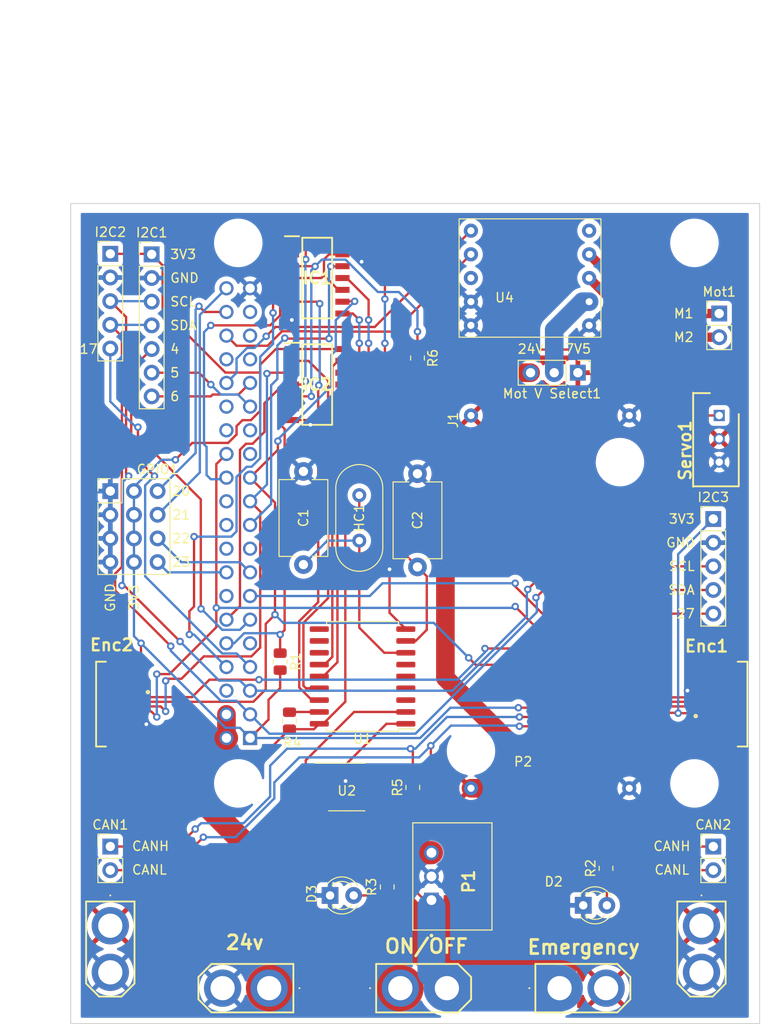
<source format=kicad_pcb>
(kicad_pcb (version 20211014) (generator pcbnew)
  (layers (0 "F.Cu" signal) (31 "B.Cu" signal) (34 "B.Paste" user) (35 "F.Paste" user) (36 "B.SilkS" user "B.Silkscreen") (37 "F.SilkS" user "F.Silkscreen") (38 "B.Mask" user) (39 "F.Mask" user) (44 "Edge.Cuts" user))
  (net 0 "")
  (net 1 "Net-(C1-Pad2)")
  (net 2 "+5V")
  (net 6 "/SPI1_CS0")
  (net 7 "/SPI1_CS1")
  (net 8 "/UART_TX")
  (net 9 "/GPIO 17")
  (net 19 "/GPIO 20")
  (net 20 "/GPIO 21")
  (net 22 "Net-(C2-Pad2)")
  (net 24 "GND")
  (net 25 "/SPI1 MOSI")
  (net 26 "+24V")
  (net 31 "Net-(D2-Pad2)")
  (net 32 "Net-(D3-Pad2)")
  (net 33 "/SPI1 CLK")
  (net 34 "/SPI1 MISO")
  (net 35 "+3.3V")
  (net 37 "/GPIO 27")
  (net 38 "/UART_HalfDuplex")
  (net 42 "Net-(U1-Pad1)")
  (net 43 "Net-(U1-Pad2)")
  (net 45 "/GPIO 22")
  (net 46 "/GPIO 23")
  (net 47 "/GPIO 4")
  (net 48 "/Servo DIR")
  (net 49 "/GPIO 5")
  (net 50 "/GPIO 6")
  (net 51 "/GPIO 12")
  (net 52 "/GPIO 16")
  (net 53 "Net-(J2-Pad2)")
  (net 54 "/I2C SDA")
  (net 55 "/I2C SCL")
  (net 58 "/SPI1 CLK_5")
  (net 59 "/SPI1 MOSI_5")
  (net 60 "/SPI1_CS0_5")
  (net 61 "/SPI1 MISO_5")
  (net 63 "/UART_RX")
  (net 68 "+7.5V")
  (net 69 "Net-(Enc1-Pad4)")
  (net 70 "Net-(Mot V Select1-Pad2)")
  (net 71 "Net-(J2-Pad1)")
  (net 72 "Net-(Mot1-Pad1)")
  (net 73 "Net-(Mot1-Pad2)")
  (net 74 "Net-(R4-Pad1)")
  (net 75 "Net-(CAN1-Pad2)")
  (net 76 "Net-(CAN1-Pad1)")
  (footprint "Crystal:Crystal_HC49-4H_Vertical" (layer "F.Cu") (at 98.5 86.8 -90)
    (fp_text reference "HC1")
    (fp_text value "Crystal")
  )
  (footprint "MiAM:XT30UM" (layer "F.Cu") (at 120.015 139.7)
    (fp_text reference "J4" hide)
    (fp_text value "Conn_01x02_Male" hide)
  )
  (footprint "MiAM:MODULE_RASPBERRY_PI_B+" (layer "F.Cu") (at 110 78.73 90)
    (fp_text reference "J1")
    (fp_text value "PI40HAT")
  )
  (footprint "MiAM:SHDR3W60P0X250_1X3_990X490X590P" (layer "F.Cu") (at 137.16 78.25 90)
    (fp_text reference "Servo1")
    (fp_text value "22-03-5035" hide)
  )
  (footprint "MiAM:XT30UM" (layer "F.Cu") (at 88.82 139.7 180)
    (fp_text reference "J3" hide)
    (fp_text value "Conn_01x02_Male" hide)
  )
  (footprint "MiAM:SOIC127P600X175-14N" (layer "F.Cu") (at 93.98 63.5)
    (fp_text reference "IC1")
    (fp_text value "CD74HCT125M96" hide)
  )
  (footprint "Connector_PinHeader_2.54mm:PinHeader_1x02_P2.54mm_Vertical" (layer "F.Cu") (at 136.525 124.5)
    (fp_text reference "CAN2")
    (fp_text value "Conn_01x02_Male")
  )
  (footprint "MiAM:Pin_Header_Straight_3x04_Pitch2.54mm" (layer "F.Cu") (at 71.755 86.36)
    (fp_text reference "GPIO1")
    (fp_text value "Conn_03x04")
  )
  (footprint "MiAM:PololuMAX14870" (layer "F.Cu") (at 109.22 69.85)
    (fp_text reference "U4")
    (fp_text value "Pololu_MAX14870")
  )
  (footprint "Resistor_SMD:R_0805_2012Metric" (layer "F.Cu") (at 90 104.6625 -90)
    (fp_text reference "R1")
    (fp_text value "10k")
  )
  (footprint "Package_SO:SOIC-8_3.9x4.9mm_P1.27mm" (layer "F.Cu") (at 97.155 118.11)
    (fp_text reference "U2")
    (fp_text value "TJA1049T")
  )
  (footprint "Resistor_SMD:R_0805_2012Metric" (layer "F.Cu") (at 101.5 128.8375 90)
    (fp_text reference "R3")
    (fp_text value "R")
  )
  (footprint "Connector_PinHeader_2.54mm:PinHeader_1x03_P2.54mm_Vertical" (layer "F.Cu") (at 121.98 73.66 -90)
    (fp_text reference "Mot V Select1")
    (fp_text value "Conn_01x03_Male")
  )
  (footprint "LED_THT:LED_D3.0mm" (layer "F.Cu") (at 122.555 130.81)
    (fp_text reference "D2")
    (fp_text value "LED")
  )
  (footprint "Resistor_SMD:R_0805_2012Metric" (layer "F.Cu") (at 104.25 118.1625 90)
    (fp_text reference "R5")
    (fp_text value "120")
  )
  (footprint "Connector_PinHeader_2.54mm:PinHeader_1x02_P2.54mm_Vertical" (layer "F.Cu") (at 71.755 124.5)
    (fp_text reference "CAN1")
    (fp_text value "Conn_01x02_Male")
  )
  (footprint "MiAM:XT30UM" (layer "F.Cu") (at 135.255 133 -90)
    (fp_text reference "J6" hide)
    (fp_text value "Conn_01x02_Male" hide)
  )
  (footprint "Connector_PinHeader_2.54mm:PinHeader_1x05_P2.54mm_Vertical" (layer "F.Cu") (at 71.755 60.905)
    (fp_text reference "I2C2")
    (fp_text value "Conn_01x05_Male")
  )
  (footprint "Capacitor_THT:C_Disc_D8.0mm_W5.0mm_P10.00mm" (layer "F.Cu") (at 104.75 84.5 -90)
    (fp_text reference "C2")
    (fp_text value "C")
  )
  (footprint "MiAM:XT30UM" (layer "F.Cu") (at 102.91 139.7)
    (fp_text reference "J2" hide)
    (fp_text value "Conn_01x02_Male" hide)
  )
  (footprint "Resistor_SMD:R_0805_2012Metric" (layer "F.Cu") (at 91 111 -90)
    (fp_text reference "R4")
    (fp_text value "10k")
  )
  (footprint "MiAM:XT30UM" (layer "F.Cu") (at 71.755 133 -90)
    (fp_text reference "J5" hide)
    (fp_text value "Conn_01x02_Male" hide)
  )
  (footprint "MiAM:CONV_R-78Bxx-2.0" (layer "F.Cu") (at 106.25 130.25 90)
    (fp_text reference "P1")
    (fp_text value "P1")
  )
  (footprint "Connector_PinHeader_2.54mm:PinHeader_1x05_P2.54mm_Vertical" (layer "F.Cu") (at 136.525 89.355)
    (fp_text reference "I2C3")
    (fp_text value "Conn_01x05_Male")
  )
  (footprint "Connector_PinHeader_2.54mm:PinHeader_1x02_P2.54mm_Vertical" (layer "F.Cu") (at 137.16 67.31)
    (fp_text reference "Mot1")
    (fp_text value "Conn_01x02_Male")
  )
  (footprint "MiAM:52746-0671" (layer "F.Cu") (at 74.5305 109.22 -90)
    (fp_text reference "Enc2")
    (fp_text value "MagneticEncoder" hide)
  )
  (footprint "Connector_PinHeader_2.54mm:PinHeader_1x07_P2.54mm_Vertical" (layer "F.Cu") (at 76.2 60.96)
    (fp_text reference "I2C1")
    (fp_text value "Conn_01x07_Male")
  )
  (footprint "MiAM:SOIC127P600X175-14N" (layer "F.Cu") (at 93.98 74.93)
    (fp_text reference "IC2")
    (fp_text value "SN74LVC126ADR" hide)
  )
  (footprint "MiAM:52746-0671" (layer "F.Cu") (at 135.89 109.22 90)
    (fp_text reference "Enc1")
    (fp_text value "MagneticEncoder" hide)
  )
  (footprint "Package_SO:SOIC-18W_7.5x11.6mm_P1.27mm" (layer "F.Cu") (at 98.85 106.25 180)
    (fp_text reference "U1")
    (fp_text value "MCP2515-xSO")
  )
  (footprint "Resistor_SMD:R_0805_2012Metric" (layer "F.Cu") (at 104.75 72.0875 -90)
    (fp_text reference "R6")
    (fp_text value "10k")
  )
  (footprint "MiAM:StepDown5A" (layer "F.Cu") (at 110.5 118.25)
    (fp_text reference "P2")
    (fp_text value "Amazon 5A stepdown")
  )
  (footprint "LED_THT:LED_D3.0mm" (layer "F.Cu") (at 95.36 129.75)
    (fp_text reference "D3")
    (fp_text value "LED")
  )
  (footprint "Resistor_SMD:R_0805_2012Metric" (layer "F.Cu") (at 125 126.8375 90)
    (fp_text reference "R2")
    (fp_text value "R")
  )
  (footprint "Capacitor_THT:C_Disc_D8.0mm_W5.0mm_P10.00mm" (layer "F.Cu") (at 92.5 84.25 -90)
    (fp_text reference "C1")
    (fp_text value "C")
  )
  (gr_rect (start 67.5 143.5) (end 141.5 55.5) (layer "Edge.Cuts") (width 0.1) (fill none))
  (gr_text "6" (at 78.105 76.2) (layer "F.SilkS") (effects (font (size 1 1)) (justify left)))
  (gr_text "4" (at 78.105 71.12) (layer "F.SilkS") (effects (font (size 1 1)) (justify left)))
  (gr_text "3V3" (at 74.295 97.79 90) (layer "F.SilkS") (effects (font (size 1 1))))
  (gr_text "GND" (at 134.62 91.89) (layer "F.SilkS") (effects (font (size 1 1)) (justify right)))
  (gr_text "CANL" (at 74 127) (layer "F.SilkS") (effects (font (size 1 1)) (justify left)))
  (gr_text "3V3" (at 78.105 60.96) (layer "F.SilkS") (effects (font (size 1 1)) (justify left)))
  (gr_text "ON/OFF" (at 105.7 135.2) (layer "F.SilkS") (effects (font (size 1.5 1.5) (thickness 0.3))))
  (gr_text "M2" (at 133.35 69.85) (layer "F.SilkS") (effects (font (size 1 1))))
  (gr_text "3V3" (at 134.62 89.35) (layer "F.SilkS") (effects (font (size 1 1)) (justify right)))
  (gr_text "SCL" (at 78.105 66.04) (layer "F.SilkS") (effects (font (size 1 1)) (justify left)))
  (gr_text "23" (at 79.375 93.98) (layer "F.SilkS") (effects (font (size 1 1))))
  (gr_text "CANL" (at 132.08 127.005) (layer "F.SilkS") (effects (font (size 1 1))))
  (gr_text "24v" (at 86.2 134.8) (layer "F.SilkS") (effects (font (size 1.5 1.5) (thickness 0.3))))
  (gr_text "SDA" (at 78.105 68.58) (layer "F.SilkS") (effects (font (size 1 1)) (justify left)))
  (gr_text "27" (at 134.62 99.51) (layer "F.SilkS") (effects (font (size 1 1)) (justify right)))
  (gr_text "24V" (at 116.9 71.12) (layer "F.SilkS") (effects (font (size 1 1))))
  (gr_text "20" (at 79.375 86.36) (layer "F.SilkS") (effects (font (size 1 1))))
  (gr_text "21" (at 79.375 88.9) (layer "F.SilkS") (effects (font (size 1 1))))
  (gr_text "Emergency" (at 122.6 135.3) (layer "F.SilkS") (effects (font (size 1.5 1.5) (thickness 0.3))))
  (gr_text "5" (at 78.105 73.66) (layer "F.SilkS") (effects (font (size 1 1)) (justify left)))
  (gr_text "22" (at 79.375 91.44) (layer "F.SilkS") (effects (font (size 1 1))))
  (gr_text "GND" (at 71.755 97.79 90) (layer "F.SilkS") (effects (font (size 1 1))))
  (gr_text "M1" (at 133.35 67.31) (layer "F.SilkS") (effects (font (size 1 1))))
  (gr_text "17\n" (at 70.485 71.12) (layer "F.SilkS") (effects (font (size 1 1)) (justify right)))
  (gr_text "CANH" (at 74 124.46) (layer "F.SilkS") (effects (font (size 1 1)) (justify left)))
  (gr_text "7V5" (at 122 71.1) (layer "F.SilkS") (effects (font (size 1 1))))
  (gr_text "GND" (at 78.105 63.5) (layer "F.SilkS") (effects (font (size 1 1)) (justify left)))
  (gr_text "SDA" (at 134.62 96.97) (layer "F.SilkS") (effects (font (size 1 1)) (justify right)))
  (gr_text "CANH" (at 132.08 124.465) (layer "F.SilkS") (effects (font (size 1 1))))
  (gr_text "SCL" (at 134.62 94.43) (layer "F.SilkS") (effects (font (size 1 1)) (justify right)))
  (segment (start 98.5 91.68) (end 98.5 101.025305) (width 0.25) (layer "F.Cu") (net 1))
  (segment (start 98.5 101.025305) (end 101.184695 103.71) (width 0.25) (layer "F.Cu") (net 1))
  (segment (start 101.184695 103.71) (end 103.5 103.71) (width 0.25) (layer "F.Cu") (net 1))
  (segment (start 98.5 91.68) (end 95.07 91.68) (width 0.25) (layer "B.Cu") (net 1))
  (segment (start 95.07 91.68) (end 92.5 94.25) (width 0.25) (layer "B.Cu") (net 1))
  (segment (start 88.6625 114.25) (end 85.62 114.25) (width 0.25) (layer "F.Cu") (net 2))
  (segment (start 94.2 111.33) (end 93.6175 111.9125) (width 0.25) (layer "F.Cu") (net 2))
  (segment (start 87.202435 125.16) (end 96.04 125.16) (width 2.5) (layer "F.Cu") (net 2))
  (segment (start 84.23 112.86) (end 84.23 110.32) (width 2) (layer "F.Cu") (net 2))
  (segment (start 95.845 118.745) (end 96.2 119.1) (width 0.25) (layer "F.Cu") (net 2))
  (segment (start 104.75 73) (end 101.25 73) (width 0.25) (layer "F.Cu") (net 2))
  (segment (start 94.626751 111.33) (end 97 108.956751) (width 0.25) (layer "F.Cu") (net 2))
  (segment (start 101.25 73) (end 101.25 70.5) (width 0.25) (layer "F.Cu") (net 2))
  (segment (start 81.45 119.407565) (end 87.202435 125.16) (width 2.5) (layer "F.Cu") (net 2))
  (segment (start 96.692 59.69) (end 97.715305 59.69) (width 0.25) (layer "F.Cu") (net 2))
  (segment (start 91 111.9125) (end 88.6625 114.25) (width 0.25) (layer "F.Cu") (net 2))
  (segment (start 96.04 125.16) (end 106.25 125.16) (width 2.5) (layer "F.Cu") (net 2))
  (segment (start 96.2 119.1) (end 96.2 125) (width 0.25) (layer "F.Cu") (net 2))
  (segment (start 101.25 78) (end 101.25 73) (width 0.25) (layer "F.Cu") (net 2))
  (segment (start 97 108.956751) (end 97 82.25) (width 0.25) (layer "F.Cu") (net 2))
  (segment (start 96.2 125) (end 96.04 125.16) (width 0.25) (layer "F.Cu") (net 2))
  (segment (start 97 82.25) (end 101.25 78) (width 0.25) (layer "F.Cu") (net 2))
  (segment (start 85.62 114.25) (end 84.23 112.86) (width 0.25) (layer "F.Cu") (net 2))
  (segment (start 101.25 63.224695) (end 101.25 65.75) (width 0.25) (layer "F.Cu") (net 2))
  (segment (start 94.68 118.745) (end 95.845 118.745) (width 0.25) (layer "F.Cu") (net 2))
  (segment (start 93.6175 111.9125) (end 91 111.9125) (width 0.25) (layer "F.Cu") (net 2))
  (segment (start 84.23 112.86) (end 81.45 115.64) (width 2.5) (layer "F.Cu") (net 2))
  (segment (start 81.45 115.64) (end 81.45 119.407565) (width 2.5) (layer "F.Cu") (net 2))
  (segment (start 97.715305 59.69) (end 101.25 63.224695) (width 0.25) (layer "F.Cu") (net 2))
  (via (at 101.25 70.5) (size 0.8) (drill 0.4) (layers "F.Cu" "B.Cu") (net 2))
  (via (at 101.25 65.75) (size 0.8) (drill 0.4) (layers "F.Cu" "B.Cu") (net 2))
  (segment (start 101.25 70.5) (end 101.25 65.75) (width 0.25) (layer "B.Cu") (net 2))
  (segment (start 88.92 68.58) (end 90 67.5) (width 0.25) (layer "F.Cu") (net 6))
  (segment (start 90 65) (end 90.23 64.77) (width 0.25) (layer "F.Cu") (net 6))
  (segment (start 90.23 64.77) (end 91.268 64.77) (width 0.25) (layer "F.Cu") (net 6))
  (segment (start 90 67.5) (end 90 65) (width 0.25) (layer "F.Cu") (net 6))
  (segment (start 82.55 68.58) (end 88.92 68.58) (width 0.25) (layer "F.Cu") (net 6))
  (via (at 82.55 68.58) (size 0.8) (drill 0.4) (layers "F.Cu" "B.Cu") (net 6))
  (segment (start 82.55 68.58) (end 81.8195 69.3105) (width 0.25) (layer "B.Cu") (net 6))
  (segment (start 81.8195 81.339695) (end 82.0945 81.614695) (width 0.25) (layer "B.Cu") (net 6))
  (segment (start 81.8195 69.3105) (end 81.8195 81.339695) (width 0.25) (layer "B.Cu") (net 6))
  (segment (start 82.55 85.09) (end 84.06 85.09) (width 0.25) (layer "B.Cu") (net 6))
  (segment (start 82.0945 81.614695) (end 82.0945 84.6345) (width 0.25) (layer "B.Cu") (net 6))
  (segment (start 82.0945 84.6345) (end 82.55 85.09) (width 0.25) (layer "B.Cu") (net 6))
  (segment (start 76.145 109.995) (end 75.5 109.995) (width 0.25) (layer "F.Cu") (net 7))
  (segment (start 83.143 98.893) (end 83.143 83.467) (width 0.25) (layer "F.Cu") (net 7))
  (segment (start 78.113604 106) (end 76.75 106) (width 0.25) (layer "F.Cu") (net 7))
  (segment (start 83.143 83.467) (end 84.23 82.38) (width 0.25) (layer "F.Cu") (net 7))
  (segment (start 83.143 100.970604) (end 78.113604 106) (width 0.25) (layer "F.Cu") (net 7))
  (segment (start 124.995 108.495) (end 135.345 108.495) (width 0.25) (layer "F.Cu") (net 7))
  (segment (start 83.143 98.893) (end 83.143 100.970604) (width 0.25) (layer "F.Cu") (net 7))
  (segment (start 115.25 98.75) (end 124.995 108.495) (width 0.25) (layer "F.Cu") (net 7))
  (segment (start 76.75 110.6) (end 76.145 109.995) (width 0.25) (layer "F.Cu") (net 7))
  (via (at 76.75 106) (size 0.8) (drill 0.4) (layers "F.Cu" "B.Cu") (net 7))
  (via (at 115.25 98.75) (size 0.8) (drill 0.4) (layers "F.Cu" "B.Cu") (net 7))
  (via (at 83.143 98.893) (size 0.8) (drill 0.4) (layers "F.Cu" "B.Cu") (net 7))
  (via (at 76.75 110.6) (size 0.8) (drill 0.4) (layers "F.Cu" "B.Cu") (net 7))
  (segment (start 115.107 98.893) (end 115.25 98.75) (width 0.25) (layer "B.Cu") (net 7))
  (segment (start 76.75 106) (end 76.75 110.6) (width 0.25) (layer "B.Cu") (net 7))
  (segment (start 83.143 98.893) (end 115.107 98.893) (width 0.25) (layer "B.Cu") (net 7))
  (segment (start 89.237701 67.237701) (end 89.237701 62.522799) (width 0.25) (layer "F.Cu") (net 8))
  (segment (start 80.25 101.75) (end 80.25 99.25) (width 0.25) (layer "F.Cu") (net 8))
  (segment (start 80.75 91.25) (end 80.75 98.75) (width 0.25) (layer "F.Cu") (net 8))
  (segment (start 80.25 99.25) (end 80.75 98.75) (width 0.25) (layer "F.Cu") (net 8))
  (segment (start 89.237701 62.522799) (end 90.8005 60.96) (width 0.25) (layer "F.Cu") (net 8))
  (via (at 89.237701 67.237701) (size 0.8) (drill 0.4) (layers "F.Cu" "B.Cu") (net 8))
  (via (at 80.75 91.25) (size 0.8) (drill 0.4) (layers "F.Cu" "B.Cu") (net 8))
  (via (at 80.25 101.75) (size 0.8) (drill 0.4) (layers "F.Cu" "B.Cu") (net 8))
  (segment (start 85.317 90.683) (end 84.75 91.25) (width 0.25) (layer "B.Cu") (net 8))
  (segment (start 86.937251 83.75) (end 86.402749 83.75) (width 0.25) (layer "B.Cu") (net 8))
  (segment (start 85.317 84.835749) (end 85.317 90.683) (width 0.25) (layer "B.Cu") (net 8))
  (segment (start 87.857 71.946104) (end 89.237701 70.565403) (width 0.25) (layer "B.Cu") (net 8))
  (segment (start 80.74 101.75) (end 80.25 101.75) (width 0.25) (layer "B.Cu") (net 8))
  (segment (start 87.857 82.830251) (end 86.937251 83.75) (width 0.25) (layer "B.Cu") (net 8))
  (segment (start 87.857 71.946104) (end 87.857 82.830251) (width 0.25) (layer "B.Cu") (net 8))
  (segment (start 84.23 105.24) (end 80.74 101.75) (width 0.25) (layer "B.Cu") (net 8))
  (segment (start 84.75 91.25) (end 80.75 91.25) (width 0.25) (layer "B.Cu") (net 8))
  (segment (start 86.402749 83.75) (end 85.317 84.835749) (width 0.25) (layer "B.Cu") (net 8))
  (segment (start 89.237701 70.565403) (end 89.237701 67.237701) (width 0.25) (layer "B.Cu") (net 8))
  (segment (start 81.5 99) (end 81.474695 98.974695) (width 0.25) (layer "F.Cu") (net 9))
  (segment (start 81.474695 98.974695) (end 81.474695 87.25) (width 0.25) (layer "F.Cu") (net 9))
  (segment (start 81.474695 87.25) (end 74.7245 80.499805) (width 0.25) (layer "F.Cu") (net 9))
  (segment (start 74.7245 80.499805) (end 74.7245 79.5) (width 0.25) (layer "F.Cu") (net 9))
  (via (at 81.5 99) (size 0.8) (drill 0.4) (layers "F.Cu" "B.Cu") (net 9))
  (via (at 74.7245 79.5) (size 0.8) (drill 0.4) (layers "F.Cu" "B.Cu") (net 9))
  (segment (start 81.5 99) (end 81.532749 99) (width 0.25) (layer "B.Cu") (net 9))
  (segment (start 74.7245 79.5) (end 74.51 79.5) (width 0.25) (layer "B.Cu") (net 9))
  (segment (start 85.683 101.247) (end 86.77 100.16) (width 0.25) (layer "B.Cu") (net 9))
  (segment (start 81.532749 99) (end 83.779749 101.247) (width 0.25) (layer "B.Cu") (net 9))
  (segment (start 83.779749 101.247) (end 85.683 101.247) (width 0.25) (layer "B.Cu") (net 9))
  (segment (start 74.51 79.5) (end 71.755 76.745) (width 0.25) (layer "B.Cu") (net 9))
  (segment (start 71.755 76.745) (end 71.755 71.065) (width 0.25) (layer "B.Cu") (net 9))
  (segment (start 81.2777 66.5277) (end 81.89 67.14) (width 0.25) (layer "F.Cu") (net 19))
  (segment (start 81.89 67.14) (end 84.23 67.14) (width 0.25) (layer "F.Cu") (net 19))
  (via (at 81.2777 66.5277) (size 0.8) (drill 0.4) (layers "F.Cu" "B.Cu") (net 19))
  (segment (start 80.9195 82.2755) (end 80.9195 66.8859) (width 0.25) (layer "B.Cu") (net 19))
  (segment (start 80.9195 66.8859) (end 81.2777 66.5277) (width 0.25) (layer "B.Cu") (net 19))
  (segment (start 76.835 86.36) (end 80.9195 82.2755) (width 0.25) (layer "B.Cu") (net 19))
  (segment (start 84.23 64.6) (end 81.3695 67.4605) (width 0.25) (layer "B.Cu") (net 20))
  (segment (start 81.3695 67.4605) (end 81.3695 84.3655) (width 0.25) (layer "B.Cu") (net 20))
  (segment (start 81.3695 84.3655) (end 76.835 88.9) (width 0.25) (layer "B.Cu") (net 20))
  (segment (start 104.56 102.44) (end 103.5 102.44) (width 0.25) (layer "F.Cu") (net 22))
  (segment (start 105.75 101.25) (end 104.56 102.44) (width 0.25) (layer "F.Cu") (net 22))
  (segment (start 104.75 94.5) (end 105.75 95.5) (width 0.25) (layer "F.Cu") (net 22))
  (segment (start 105.75 95.5) (end 105.75 101.25) (width 0.25) (layer "F.Cu") (net 22))
  (segment (start 98.5 86.8) (end 98.5 88.25) (width 0.25) (layer "F.Cu") (net 22))
  (segment (start 98.5 88.25) (end 104.75 94.5) (width 0.25) (layer "F.Cu") (net 22))
  (segment (start 91.268 67.982) (end 91.25 68) (width 0.25) (layer "F.Cu") (net 24))
  (segment (start 94.705 63.2205) (end 94.705 61.505) (width 0.25) (layer "F.Cu") (net 24))
  (segment (start 92.74 78.74) (end 93.25 79.25) (width 0.25) (layer "F.Cu") (net 24))
  (segment (start 97.96 60.96) (end 98.75 61.75) (width 0.25) (layer "F.Cu") (net 24))
  (segment (start 98.295 116.205) (end 99.63 116.205) (width 0.25) (layer "F.Cu") (net 24))
  (segment (start 97.025 117.475) (end 98.295 116.205) (width 0.25) (layer "F.Cu") (net 24))
  (segment (start 96.692 60.96) (end 95.25 60.96) (width 0.25) (layer "F.Cu") (net 24))
  (segment (start 94.68 117.475) (end 97.025 117.475) (width 0.25) (layer "F.Cu") (net 24))
  (segment (start 91.268 63.5) (end 94.4255 63.5) (width 0.25) (layer "F.Cu") (net 24))
  (segment (start 75.625 111.375) (end 75.0505 110.8005) (width 0.25) (layer "F.Cu") (net 24))
  (segment (start 91.268 67.31) (end 91.268 67.982) (width 0.25) (layer "F.Cu") (net 24))
  (segment (start 103.5 101.17) (end 101.75 99.42) (width 0.25) (layer "F.Cu") (net 24))
  (segment (start 95.25 60.96) (end 94.705 61.505) (width 0.25) (layer "F.Cu") (net 24))
  (segment (start 133.9495 107.97) (end 135.37 107.97) (width 0.25) (layer "F.Cu") (net 24))
  (segment (start 75.0505 110.8005) (end 75.0505 110.47) (width 0.25) (layer "F.Cu") (net 24))
  (segment (start 96.2545 64.77) (end 94.705 63.2205) (width 0.25) (layer "F.Cu") (net 24))
  (segment (start 133.75 107.7705) (end 133.9495 107.97) (width 0.25) (layer "F.Cu") (net 24))
  (segment (start 94.4255 63.5) (end 94.705 63.2205) (width 0.25) (layer "F.Cu") (net 24))
  (segment (start 101.75 99.42) (end 101.75 94.75) (width 0.25) (layer "F.Cu") (net 24))
  (segment (start 96.692 60.96) (end 97.96 60.96) (width 0.25) (layer "F.Cu") (net 24))
  (segment (start 91.268 78.74) (end 92.74 78.74) (width 0.25) (layer "F.Cu") (net 24))
  (via (at 75.625 111.375) (size 0.8) (drill 0.4) (layers "F.Cu" "B.Cu") (net 24))
  (via (at 91.25 68) (size 0.8) (drill 0.4) (layers "F.Cu" "B.Cu") (net 24))
  (via (at 133.75 107.7705) (size 0.8) (drill 0.4) (layers "F.Cu" "B.Cu") (net 24))
  (via (at 101.75 94.75) (size 0.8) (drill 0.4) (layers "F.Cu" "B.Cu") (net 24))
  (via (at 98.75 61.75) (size 0.8) (drill 0.4) (layers "F.Cu" "B.Cu") (net 24))
  (via (at 93.25 79.25) (size 0.8) (drill 0.4) (layers "F.Cu" "B.Cu") (net 24))
  (via (at 97.025 117.475) (size 0.8) (drill 0.4) (layers "F.Cu" "B.Cu") (net 24))
  (segment (start 90.5 69.9395) (end 90.5605 70) (width 0.25) (layer "F.Cu") (net 25))
  (segment (start 95.4295 62.25) (end 96.672 62.25) (width 0.25) (layer "F.Cu") (net 25))
  (segment (start 90.5605 70) (end 95.25 70) (width 0.25) (layer "F.Cu") (net 25))
  (via (at 95.4295 62.25) (size 0.8) (drill 0.4) (layers "F.Cu" "B.Cu") (net 25))
  (via (at 90.5 69.9395) (size 0.8) (drill 0.4) (layers "F.Cu" "B.Cu") (net 25))
  (via (at 95.25 70) (size 0.8) (drill 0.4) (layers "F.Cu" "B.Cu") (net 25))
  (segment (start 89.7 74.3315) (end 89.7 70.7395) (width 0.25) (layer "B.Cu") (net 25))
  (segment (start 89.0315 87.7385) (end 89.0315 75) (width 0.25) (layer "B.Cu") (net 25))
  (segment (start 86.77 90) (end 89.0315 87.7385) (width 0.25) (layer "B.Cu") (net 25))
  (segment (start 95.25 62.4295) (end 95.4295 62.25) (width 0.25) (layer "B.Cu") (net 25))
  (segment (start 95.25 70) (end 95.25 62.4295) (width 0.25) (layer "B.Cu") (net 25))
  (segment (start 89.0315 75) (end 89.7 74.3315) (width 0.25) (layer "B.Cu") (net 25))
  (segment (start 89.7 70.7395) (end 90.5 69.9395) (width 0.25) (layer "B.Cu") (net 25))
  (segment (start 110.5 118.25) (end 111.591171 118.25) (width 2) (layer "F.Cu") (net 26))
  (segment (start 114.100001 115.74117) (end 114.100001 112.75883) (width 2) (layer "F.Cu") (net 26))
  (segment (start 111.591171 118.25) (end 114.100001 115.74117) (width 2) (layer "F.Cu") (net 26))
  (segment (start 107.75 77.75) (end 111.84 73.66) (width 2) (layer "F.Cu") (net 26))
  (segment (start 111.84 73.66) (end 116.9 73.66) (width 2) (layer "F.Cu") (net 26))
  (segment (start 114.100001 112.75883) (end 107.75 106.408829) (width 2) (layer "F.Cu") (net 26))
  (segment (start 107.75 106.408829) (end 107.75 77.75) (width 2) (layer "F.Cu") (net 26))
  (segment (start 125.095 130.81) (end 125.095 127.845) (width 0.25) (layer "F.Cu") (net 31))
  (segment (start 97.9 129.75) (end 101.5 129.75) (width 0.25) (layer "F.Cu") (net 32))
  (segment (start 89.4455 99.1955) (end 89.4455 87.5955) (width 0.25) (layer "F.Cu") (net 33))
  (segment (start 89.4455 99.6175) (end 88.45 100.613) (width 0.25) (layer "F.Cu") (net 33))
  (segment (start 116.25 105) (end 120.72 109.47) (width 0.25) (layer "F.Cu") (net 33))
  (segment (start 86.77 84.92) (end 89.756 81.934) (width 0.25) (layer "F.Cu") (net 33))
  (segment (start 120.72 109.47) (end 135.37 109.47) (width 0.25) (layer "F.Cu") (net 33))
  (segment (start 89.756 81.934) (end 89.756 81) (width 0.25) (layer "F.Cu") (net 33))
  (segment (start 87.117251 108.97) (end 88.45 107.637251) (width 0.25) (layer "F.Cu") (net 33))
  (segment (start 98 66) (end 96.732 66) (width 0.25) (layer "F.Cu") (net 33))
  (segment (start 110.25 104.25) (end 111 105) (width 0.25) (layer "F.Cu") (net 33))
  (segment (start 89.4455 87.5955) (end 86.77 84.92) (width 0.25) (layer "F.Cu") (net 33))
  (segment (start 88.45 100.613) (end 88.45 107.637251) (width 0.25) (layer "F.Cu") (net 33))
  (segment (start 75.0505 108.97) (end 87.117251 108.97) (width 0.25) (layer "F.Cu") (net 33))
  (segment (start 111 105) (end 116.25 105) (width 0.25) (layer "F.Cu") (net 33))
  (via (at 98 66) (size 0.8) (drill 0.4) (layers "F.Cu" "B.Cu") (net 33))
  (via (at 89.4455 99.6175) (size 0.8) (drill 0.4) (layers "F.Cu" "B.Cu") (net 33))
  (via (at 110.25 104.25) (size 0.8) (drill 0.4) (layers "F.Cu" "B.Cu") (net 33))
  (via (at 89.756 81) (size 0.8) (drill 0.4) (layers "F.Cu" "B.Cu") (net 33))
  (segment (start 95.975 68.025) (end 95.975 71.275) (width 0.25) (layer "B.Cu") (net 33))
  (segment (start 95.5 71.75) (end 95.5 75.070305) (width 0.25) (layer "B.Cu") (net 33))
  (segment (start 98 66) (end 95.975 68.025) (width 0.25) (layer "B.Cu") (net 33))
  (segment (start 95.5 75.070305) (end 89.756 80.814304) (width 0.25) (layer "B.Cu") (net 33))
  (segment (start 95.975 71.275) (end 95.5 71.75) (width 0.25) (layer "B.Cu") (net 33))
  (segment (start 89.756 80.814304) (end 89.756 81) (width 0.25) (layer "B.Cu") (net 33))
  (segment (start 106.5 100.5) (end 90.328 100.5) (width 0.25) (layer "B.Cu") (net 33))
  (segment (start 90.328 100.5) (end 89.4455 99.6175) (width 0.25) (layer "B.Cu") (net 33))
  (segment (start 110.25 104.25) (end 106.5 100.5) (width 0.25) (layer "B.Cu") (net 33))
  (segment (start 86.907251 104.1) (end 81.8 104.1) (width 0.25) (layer "F.Cu") (net 34))
  (segment (start 77.7 110) (end 77.17 109.47) (width 0.25) (layer "F.Cu") (net 34))
  (segment (start 77.9245 106.5) (end 77.7 106.7245) (width 0.25) (layer "F.Cu") (net 34))
  (segment (start 87.857 88.833) (end 87.857 103.150251) (width 0.25) (layer "F.Cu") (net 34))
  (segment (start 88 88.69) (end 86.77 87.46) (width 0.25) (layer "F.Cu") (net 34))
  (segment (start 88 88.69) (end 87.857 88.833) (width 0.25) (layer "F.Cu") (net 34))
  (segment (start 77.17 109.47) (end 75.0505 109.47) (width 0.25) (layer "F.Cu") (net 34))
  (segment (start 88.6715 73.66) (end 88.5815 73.75) (width 0.25) (layer "F.Cu") (net 34))
  (segment (start 79.4 106.5) (end 77.9245 106.5) (width 0.25) (layer "F.Cu") (net 34))
  (segment (start 81.8 104.1) (end 79.4 106.5) (width 0.25) (layer "F.Cu") (net 34))
  (segment (start 91.268 73.66) (end 88.6715 73.66) (width 0.25) (layer "F.Cu") (net 34))
  (segment (start 87.857 103.150251) (end 86.907251 104.1) (width 0.25) (layer "F.Cu") (net 34))
  (via (at 77.7 106.7245) (size 0.8) (drill 0.4) (layers "F.Cu" "B.Cu") (net 34))
  (via (at 88.5815 73.75) (size 0.8) (drill 0.4) (layers "F.Cu" "B.Cu") (net 34))
  (via (at 77.7 110) (size 0.8) (drill 0.4) (layers "F.Cu" "B.Cu") (net 34))
  (segment (start 86.77 87.46) (end 88.5815 85.6485) (width 0.25) (layer "B.Cu") (net 34))
  (segment (start 88.5815 85.6485) (end 88.5815 73.75) (width 0.25) (layer "B.Cu") (net 34))
  (segment (start 77.7 106.7245) (end 77.7 110) (width 0.25) (layer "B.Cu") (net 34))
  (segment (start 77.375 62.135) (end 76.2 60.96) (width 0.25) (layer "F.Cu") (net 35))
  (segment (start 86.77 112.86) (end 88.75 110.88) (width 0.25) (layer "F.Cu") (net 35))
  (segment (start 85.953749 78.753) (end 86.854251 78.753) (width 0.25) (layer "F.Cu") (net 35))
  (segment (start 87.857 72.798) (end 87.857 73.643) (width 0.25) (layer "F.Cu") (net 35))
  (segment (start 95.6045 73.01) (end 95.6045 75.9195) (width 0.25) (layer "F.Cu") (net 35))
  (segment (start 85.317 80.290251) (end 85.317 79.389749) (width 0.25) (layer "F.Cu") (net 35))
  (segment (start 90 105.575) (end 90 107.5) (width 0.25) (layer "F.Cu") (net 35))
  (segment (start 132.75 110.1945) (end 132.705997 110.150497) (width 0.25) (layer "F.Cu") (net 35))
  (segment (start 75.0505 107.97) (end 75.0505 102.6995) (width 0.25) (layer "F.Cu") (net 35))
  (segment (start 88.75 110.88) (end 88.75 108.75) (width 0.25) (layer "F.Cu") (net 35))
  (segment (start 77.375 66.902251) (end 77.375 62.135) (width 0.25) (layer "F.Cu") (net 35))
  (segment (start 91.268 71.12) (end 96.692 71.12) (width 0.25) (layer "F.Cu") (net 35))
  (segment (start 96.2245 72.39) (end 95.6045 73.01) (width 0.25) (layer "F.Cu") (net 35))
  (segment (start 87.857 77.750251) (end 87.857 73.643) (width 0.25) (layer "F.Cu") (net 35))
  (segment (start 84.115749 73.643) (end 77.375 66.902251) (width 0.25) (layer "F.Cu") (net 35))
  (segment (start 135.37 110.47) (end 134.03 110.47) (width 0.25) (layer "F.Cu") (net 35))
  (segment (start 133.7545 110.1945) (end 132.75 110.1945) (width 0.25) (layer "F.Cu") (net 35))
  (segment (start 95.885 76.2) (end 96.692 76.2) (width 0.25) (layer "F.Cu") (net 35))
  (segment (start 89.535 71.12) (end 91.268 71.12) (width 0.25) (layer "F.Cu") (net 35))
  (segment (start 120.207101 109.607101) (end 120.750497 110.150497) (width 0.25) (layer "F.Cu") (net 35))
  (segment (start 90 107.5) (end 88.75 108.75) (width 0.25) (layer "F.Cu") (net 35))
  (segment (start 95.6045 75.9195) (end 95.885 76.2) (width 0.25) (layer "F.Cu") (net 35))
  (segment (start 86.854251 78.753) (end 87.857 77.750251) (width 0.25) (layer "F.Cu") (net 35))
  (segment (start 71.755 60.905) (end 76.145 60.905) (width 0.25) (layer "F.Cu") (net 35))
  (segment (start 132.705997 110.150497) (end 120.75 110.150497) (width 0.25) (layer "F.Cu") (net 35))
  (segment (start 78.75 83) (end 80.56 81.19) (width 0.25) (layer "F.Cu") (net 35))
  (segment (start 115.589684 109.607101) (end 120.207101 109.607101) (width 0.25) (layer "F.Cu") (net 35))
  (segment (start 89.535 71.12) (end 87.857 72.798) (width 0.25) (layer "F.Cu") (net 35))
  (segment (start 87.857 73.643) (end 84.115749 73.643) (width 0.25) (layer "F.Cu") (net 35))
  (segment (start 80.56 81.19) (end 84.417251 81.19) (width 0.25) (layer "F.Cu") (net 35))
  (segment (start 85.317 79.389749) (end 85.953749 78.753) (width 0.25) (layer "F.Cu") (net 35))
  (segment (start 75.0505 102.6995) (end 75.061375 102.688625) (width 0.25) (layer "F.Cu") (net 35))
  (segment (start 134.03 110.47) (end 133.7545 110.1945) (width 0.25) (layer "F.Cu") (net 35))
  (segment (start 96.692 71.12) (end 96.692 72.39) (width 0.25) (layer "F.Cu") (net 35))
  (segment (start 84.417251 81.19) (end 85.317 80.290251) (width 0.25) (layer "F.Cu") (net 35))
  (via (at 78.75 83) (size 0.8) (drill 0.4) (layers "F.Cu" "B.Cu") (net 35))
  (via (at 75.061375 102.688625) (size 0.8) (drill 0.4) (layers "F.Cu" "B.Cu") (net 35))
  (via (at 132.75 110.1945) (size 0.8) (drill 0.4) (layers "F.Cu" "B.Cu") (net 35))
  (via (at 115.589684 109.607101) (size 0.8) (drill 0.4) (layers "F.Cu" "B.Cu") (net 35))
  (segment (start 76.199695 84.025) (end 74.295 85.929695) (width 0.25) (layer "B.Cu") (net 35))
  (segment (start 105.030194 112.86) (end 108.283093 109.607101) (width 0.25) (layer "B.Cu") (net 35))
  (segment (start 85.67 111.76) (end 86.77 112.86) (width 0.25) (layer "B.Cu") (net 35))
  (segment (start 77.25 83) (end 76.225 84.025) (width 0.25) (layer "B.Cu") (net 35))
  (segment (start 75.061375 102.688625) (end 84.132749 111.76) (width 0.25) (layer "B.Cu") (net 35))
  (segment (start 76.225 84.025) (end 76.199695 84.025) (width 0.25) (layer "B.Cu") (net 35))
  (segment (start 74.295 86.36) (end 74.295 101.922251) (width 0.25) (layer "B.Cu") (net 35))
  (segment (start 132.75 110.1945) (end 132.75 93.13) (width 0.25) (layer "B.Cu") (net 35))
  (segment (start 86.77 112.86) (end 105.030194 112.86) (width 0.25) (layer "B.Cu") (net 35))
  (segment (start 108.283093 109.607101) (end 115.589684 109.607101) (width 0.25) (layer "B.Cu") (net 35))
  (segment (start 132.75 93.13) (end 136.525 89.355) (width 0.25) (layer "B.Cu") (net 35))
  (segment (start 74.295 101.922251) (end 75.061375 102.688625) (width 0.25) (layer "B.Cu") (net 35))
  (segment (start 78.75 83) (end 77.25 83) (width 0.25) (layer "B.Cu") (net 35))
  (segment (start 84.132749 111.76) (end 85.67 111.76) (width 0.25) (layer "B.Cu") (net 35))
  (segment (start 115.25 96.590305) (end 115.25 96.25) (width 0.25) (layer "F.Cu") (net 37))
  (segment (start 118.174695 99.515) (end 115.25 96.590305) (width 0.25) (layer "F.Cu") (net 37))
  (segment (start 136.525 99.515) (end 118.174695 99.515) (width 0.25) (layer "F.Cu") (net 37))
  (via (at 115.25 96.25) (size 0.8) (drill 0.4) (layers "F.Cu" "B.Cu") (net 37))
  (segment (start 101 96.25) (end 115.25 96.25) (width 0.25) (layer "B.Cu") (net 37))
  (segment (start 101 96.25) (end 99.63 97.62) (width 0.25) (layer "B.Cu") (net 37))
  (segment (start 99.63 97.62) (end 86.77 97.62) (width 0.25) (layer "B.Cu") (net 37))
  (segment (start 132.75 78.25) (end 125.675 71.175) (width 0.25) (layer "F.Cu") (net 38))
  (segment (start 125.675 71.175) (end 104.75 71.175) (width 0.25) (layer "F.Cu") (net 38))
  (segment (start 93.73 62.23) (end 93.75 62.25) (width 0.25) (layer "F.Cu") (net 38))
  (segment (start 91.268 62.23) (end 93.73 62.23) (width 0.25) (layer "F.Cu") (net 38))
  (segment (start 91.268 76.2) (end 93.345 76.2) (width 0.25) (layer "F.Cu") (net 38))
  (segment (start 104.75 69.25) (end 104.75 71.175) (width 0.25) (layer "F.Cu") (net 38))
  (segment (start 137.16 78.25) (end 132.75 78.25) (width 0.25) (layer "F.Cu") (net 38))
  (via (at 93.345 76.2) (size 0.8) (drill 0.4) (layers "F.Cu" "B.Cu") (net 38))
  (via (at 104.75 69.25) (size 0.8) (drill 0.4) (layers "F.Cu" "B.Cu") (net 38))
  (via (at 93.75 62.25) (size 0.8) (drill 0.4) (layers "F.Cu" "B.Cu") (net 38))
  (segment (start 93.345 74.974807) (end 93.435 74.884807) (width 0.25) (layer "B.Cu") (net 38))
  (segment (start 93.345 74.194197) (end 93.345 62.655) (width 0.25) (layer "B.Cu") (net 38))
  (segment (start 93.435 74.284197) (end 93.345 74.194197) (width 0.25) (layer "B.Cu") (net 38))
  (segment (start 93.345 62.655) (end 93.75 62.25) (width 0.25) (layer "B.Cu") (net 38))
  (segment (start 102.75 65) (end 100.5 65) (width 0.25) (layer "B.Cu") (net 38))
  (segment (start 97.025 61.525) (end 94.475 61.525) (width 0.25) (layer "B.Cu") (net 38))
  (segment (start 93.345 76.2) (end 93.345 74.974807) (width 0.25) (layer "B.Cu") (net 38))
  (segment (start 104.75 67) (end 102.75 65) (width 0.25) (layer "B.Cu") (net 38))
  (segment (start 104.75 69.25) (end 104.75 67) (width 0.25) (layer "B.Cu") (net 38))
  (segment (start 93.435 74.884807) (end 93.435 74.284197) (width 0.25) (layer "B.Cu") (net 38))
  (segment (start 94.475 61.525) (end 93.75 62.25) (width 0.25) (layer "B.Cu") (net 38))
  (segment (start 100.5 65) (end 97.025 61.525) (width 0.25) (layer "B.Cu") (net 38))
  (segment (start 96.545 116.205) (end 101.42 111.33) (width 0.25) (layer "F.Cu") (net 42))
  (segment (start 101.42 111.33) (end 103.5 111.33) (width 0.25) (layer "F.Cu") (net 42))
  (segment (start 94.68 116.205) (end 96.545 116.205) (width 0.25) (layer "F.Cu") (net 42))
  (segment (start 92.75 115.25) (end 97.94 110.06) (width 0.25) (layer "F.Cu") (net 43))
  (segment (start 97.94 110.06) (end 103.5 110.06) (width 0.25) (layer "F.Cu") (net 43))
  (segment (start 92.75 118.461751) (end 92.75 115.25) (width 0.25) (layer "F.Cu") (net 43))
  (segment (start 94.303249 120.015) (end 92.75 118.461751) (width 0.25) (layer "F.Cu") (net 43))
  (segment (start 76.835 91.44) (end 79.388 93.993) (width 0.25) (layer "B.Cu") (net 45))
  (segment (start 85.683 93.993) (end 86.77 95.08) (width 0.25) (layer "B.Cu") (net 45))
  (segment (start 79.388 93.993) (end 85.683 93.993) (width 0.25) (layer "B.Cu") (net 45))
  (segment (start 77.935 95.08) (end 84.23 95.08) (width 0.25) (layer "B.Cu") (net 46))
  (segment (start 76.835 93.98) (end 77.935 95.08) (width 0.25) (layer "B.Cu") (net 46))
  (segment (start 74 73.32) (end 76.2 71.12) (width 0.25) (layer "F.Cu") (net 47))
  (segment (start 76.5 84.75) (end 74 82.25) (width 0.25) (layer "F.Cu") (net 47))
  (segment (start 74 82.25) (end 74 73.32) (width 0.25) (layer "F.Cu") (net 47))
  (via (at 76.5 84.75) (size 0.8) (drill 0.4) (layers "F.Cu" "B.Cu") (net 47))
  (segment (start 76.5 84.75) (end 75.5 85.75) (width 0.25) (layer "B.Cu") (net 47))
  (segment (start 75.5 85.75) (end 75.5 95.507251) (width 0.25) (layer "B.Cu") (net 47))
  (segment (start 83.779749 103.787) (end 85.317 103.787) (width 0.25) (layer "B.Cu") (net 47))
  (segment (start 75.5 95.507251) (end 83.779749 103.787) (width 0.25) (layer "B.Cu") (net 47))
  (segment (start 85.317 103.787) (end 86.77 105.24) (width 0.25) (layer "B.Cu") (net 47))
  (segment (start 85.683 81.929749) (end 85.683 98.707) (width 0.25) (layer "F.Cu") (net 48))
  (segment (start 91.268 74.93) (end 90.32 74.93) (width 0.25) (layer "F.Cu") (net 48))
  (segment (start 86.332749 81.28) (end 85.683 81.929749) (width 0.25) (layer "F.Cu") (net 48))
  (segment (start 88.307 80.016625) (end 87.043625 81.28) (width 0.25) (layer "F.Cu") (net 48))
  (segment (start 92.71 74.584502) (end 92.364502 74.93) (width 0.25) (layer "F.Cu") (net 48))
  (segment (start 85.683 98.707) (end 84.23 100.16) (width 0.25) (layer "F.Cu") (net 48))
  (segment (start 87.043625 81.28) (end 86.332749 81.28) (width 0.25) (layer "F.Cu") (net 48))
  (segment (start 92.44 59.69) (end 91.268 59.69) (width 0.25) (layer "F.Cu") (net 48))
  (segment (start 88.307 76.943) (end 88.307 80.016625) (width 0.25) (layer "F.Cu") (net 48))
  (segment (start 92.75 61.5) (end 92.75 60) (width 0.25) (layer "F.Cu") (net 48))
  (segment (start 92.364502 74.93) (end 91.268 74.93) (width 0.25) (layer "F.Cu") (net 48))
  (segment (start 92.75 60) (end 92.44 59.69) (width 0.25) (layer "F.Cu") (net 48))
  (segment (start 90.32 74.93) (end 88.307 76.943) (width 0.25) (layer "F.Cu") (net 48))
  (via (at 92.71 74.584502) (size 0.8) (drill 0.4) (layers "F.Cu" "B.Cu") (net 48))
  (via (at 92.75 61.5) (size 0.8) (drill 0.4) (layers "F.Cu" "B.Cu") (net 48))
  (segment (start 92.71 61.54) (end 92.75 61.5) (width 0.25) (layer "B.Cu") (net 48))
  (segment (start 92.71 74.584502) (end 92.71 61.54) (width 0.25) (layer "B.Cu") (net 48))
  (segment (start 76.2 73.66) (end 81.28 73.66) (width 0.25) (layer "F.Cu") (net 49))
  (segment (start 81.28 73.66) (end 82.55 74.93) (width 0.25) (layer "F.Cu") (net 49))
  (via (at 82.55 74.93) (size 0.8) (drill 0.4) (layers "F.Cu" "B.Cu") (net 49))
  (segment (start 86.77 77.3) (end 85.47 76) (width 0.25) (layer "B.Cu") (net 49))
  (segment (start 83.62 76) (end 82.55 74.93) (width 0.25) (layer "B.Cu") (net 49))
  (segment (start 85.47 76) (end 83.62 76) (width 0.25) (layer "B.Cu") (net 49))
  (segment (start 85.53 76) (end 82.75 76) (width 0.25) (layer "F.Cu") (net 50))
  (segment (start 86.77 74.76) (end 85.53 76) (width 0.25) (layer "F.Cu") (net 50))
  (segment (start 82.75 76) (end 82.55 76.2) (width 0.25) (layer "F.Cu") (net 50))
  (segment (start 82.55 76.2) (end 76.2 76.2) (width 0.25) (layer "F.Cu") (net 50))
  (segment (start 100.16 68.75) (end 89.5 68.75) (width 0.25) (layer "F.Cu") (net 51))
  (segment (start 88.5 69.75) (end 89.5 68.75) (width 0.25) (layer "F.Cu") (net 51))
  (segment (start 110.49 58.42) (end 100.16 68.75) (width 0.25) (layer "F.Cu") (net 51))
  (via (at 88.5 69.75) (size 0.8) (drill 0.4) (layers "F.Cu" "B.Cu") (net 51))
  (segment (start 86.452749 71) (end 87.25 71) (width 0.25) (layer "B.Cu") (net 51))
  (segment (start 84.23 74.76) (end 85.317 73.673) (width 0.25) (layer "B.Cu") (net 51))
  (segment (start 85.317 72.135749) (end 86.452749 71) (width 0.25) (layer "B.Cu") (net 51))
  (segment (start 87.25 71) (end 88.5 69.75) (width 0.25) (layer "B.Cu") (net 51))
  (segment (start 85.317 73.673) (end 85.317 72.135749) (width 0.25) (layer "B.Cu") (net 51))
  (segment (start 90.199695 69.2145) (end 93.4645 69.2145) (width 0.25) (layer "F.Cu") (net 52))
  (segment (start 88.647195 70.767) (end 90.199695 69.2145) (width 0.25) (layer "F.Cu") (net 52))
  (segment (start 84.23 69.68) (end 85.317 70.767) (width 0.25) (layer "F.Cu") (net 52))
  (segment (start 93.4645 69.2145) (end 93.5 69.25) (width 0.25) (layer "F.Cu") (net 52))
  (segment (start 93.5 69.25) (end 102.2 69.25) (width 0.25) (layer "F.Cu") (net 52))
  (segment (start 102.2 69.25) (end 110.49 60.96) (width 0.25) (layer "F.Cu") (net 52))
  (segment (start 85.317 70.767) (end 88.647195 70.767) (width 0.25) (layer "F.Cu") (net 52))
  (segment (start 103.175 127.925) (end 101.5 127.925) (width 0.25) (layer "F.Cu") (net 53))
  (segment (start 106.25 130.25) (end 105.5 130.25) (width 0.25) (layer "F.Cu") (net 53))
  (segment (start 105.5 130.25) (end 103.175 127.925) (width 0.25) (layer "F.Cu") (net 53))
  (segment (start 107.91 139.7) (end 106.25 138.04) (width 3) (layer "B.Cu") (net 53))
  (segment (start 107.91 139.7) (end 110.7 139.7) (width 5) (layer "B.Cu") (net 53))
  (segment (start 110.7 139.7) (end 120.015 139.7) (width 5) (layer "B.Cu") (net 53))
  (segment (start 106.25 138.04) (end 106.25 130.955) (width 3) (layer "B.Cu") (net 53))
  (segment (start 73 69.77) (end 71.755 68.525) (width 0.25) (layer "F.Cu") (net 54))
  (segment (start 78.25 103) (end 72.275 97.025) (width 0.25) (layer "F.Cu") (net 54))
  (segment (start 72.275 97.025) (end 72.275 95.225) (width 0.25) (layer "F.Cu") (net 54))
  (segment (start 118.29 96.975) (end 136.525 96.975) (width 0.25) (layer "F.Cu") (net 54))
  (segment (start 117.475 97.79) (end 118.29 96.975) (width 0.25) (layer "F.Cu") (net 54))
  (segment (start 73 94.5) (end 73 69.77) (width 0.25) (layer "F.Cu") (net 54))
  (segment (start 72.275 95.225) (end 73 94.5) (width 0.25) (layer "F.Cu") (net 54))
  (via (at 117.475 97.79) (size 0.8) (drill 0.4) (layers "F.Cu" "B.Cu") (net 54))
  (via (at 78.25 103) (size 0.8) (drill 0.4) (layers "F.Cu" "B.Cu") (net 54))
  (segment (start 104.530305 112.395) (end 88.845 112.395) (width 0.25) (layer "B.Cu") (net 54))
  (segment (start 86.77 110.32) (end 85.317 108.867) (width 0.25) (layer "B.Cu") (net 54))
  (segment (start 78.25 103.5) (end 78.25 103) (width 0.25) (layer "B.Cu") (net 54))
  (segment (start 117.475 97.79) (end 117.565 97.88) (width 0.25) (layer "B.Cu") (net 54))
  (segment (start 117.565 99.360305) (end 104.530305 112.395) (width 0.25) (layer "B.Cu") (net 54))
  (segment (start 117.565 97.88) (end 117.565 99.360305) (width 0.25) (layer "B.Cu") (net 54))
  (segment (start 83.617 108.867) (end 78.25 103.5) (width 0.25) (layer "B.Cu") (net 54))
  (segment (start 88.845 112.395) (end 86.77 110.32) (width 0.25) (layer "B.Cu") (net 54))
  (segment (start 71.755 68.525) (end 76.145 68.525) (width 0.25) (layer "B.Cu") (net 54))
  (segment (start 85.317 108.867) (end 83.617 108.867) (width 0.25) (layer "B.Cu") (net 54))
  (segment (start 73.25 96.5) (end 73 96.5) (width 0.25) (layer "F.Cu") (net 55))
  (segment (start 73.45 84.4755) (end 73.45 67.68) (width 0.25) (layer "F.Cu") (net 55))
  (segment (start 73.45 67.68) (end 71.755 65.985) (width 0.25) (layer "F.Cu") (net 55))
  (segment (start 79.25 102.5) (end 73.25 96.5) (width 0.25) (layer "F.Cu") (net 55))
  (segment (start 116.592147 96.907853) (end 119.065 94.435) (width 0.25) (layer "F.Cu") (net 55))
  (segment (start 73.7245 84.75) (end 73.45 84.4755) (width 0.25) (layer "F.Cu") (net 55))
  (segment (start 119.065 94.435) (end 136.525 94.435) (width 0.25) (layer "F.Cu") (net 55))
  (via (at 73 96.5) (size 0.8) (drill 0.4) (layers "F.Cu" "B.Cu") (net 55))
  (via (at 79.25 102.5) (size 0.8) (drill 0.4) (layers "F.Cu" "B.Cu") (net 55))
  (via (at 116.592147 96.907853) (size 0.8) (drill 0.4) (layers "F.Cu" "B.Cu") (net 55))
  (via (at 73.7245 84.75) (size 0.8) (drill 0.4) (layers "F.Cu" "B.Cu") (net 55))
  (segment (start 71.755 65.985) (end 76.145 65.985) (width 0.25) (layer "B.Cu") (net 55))
  (segment (start 83.443 106.693) (end 79.25 102.5) (width 0.25) (layer "B.Cu") (net 55))
  (segment (start 73 96.5) (end 73.12 96.38) (width 0.25) (layer "B.Cu") (net 55))
  (segment (start 116.5 97) (end 116.5 99.788909) (width 0.25) (layer "B.Cu") (net 55))
  (segment (start 73.12 85.3545) (end 73.7245 84.75) (width 0.25) (layer "B.Cu") (net 55))
  (segment (start 73.12 96.38) (end 73.12 85.3545) (width 0.25) (layer "B.Cu") (net 55))
  (segment (start 116.592147 96.907853) (end 116.5 97) (width 0.25) (layer "B.Cu") (net 55))
  (segment (start 108.508909 107.78) (end 86.77 107.78) (width 0.25) (layer "B.Cu") (net 55))
  (segment (start 86.77 107.78) (end 85.683 106.693) (width 0.25) (layer "B.Cu") (net 55))
  (segment (start 116.5 99.788909) (end 108.508909 107.78) (width 0.25) (layer "B.Cu") (net 55))
  (segment (start 85.683 106.693) (end 83.443 106.693) (width 0.25) (layer "B.Cu") (net 55))
  (segment (start 95.6045 104.1455) (end 94.77 104.98) (width 0.25) (layer "F.Cu") (net 58))
  (segment (start 98.5 70.5) (end 98.5 78.6695) (width 0.25) (layer "F.Cu") (net 58))
  (segment (start 98.5 68) (end 97.81 67.31) (width 0.25) (layer "F.Cu") (net 58))
  (segment (start 97.81 67.31) (end 96.692 67.31) (width 0.25) (layer "F.Cu") (net 58))
  (segment (start 98.5 78.6695) (end 95.6045 81.565) (width 0.25) (layer "F.Cu") (net 58))
  (segment (start 95.6045 81.565) (end 95.6045 104.1455) (width 0.25) (layer "F.Cu") (net 58))
  (via (at 98.5 68) (size 0.8) (drill 0.4) (layers "F.Cu" "B.Cu") (net 58))
  (via (at 98.5 70.5) (size 0.8) (drill 0.4) (layers "F.Cu" "B.Cu") (net 58))
  (segment (start 98.5 70.5) (end 98.5 68) (width 0.25) (layer "B.Cu") (net 58))
  (segment (start 96.152948 81.652948) (end 96.152948 104.723803) (width 0.25) (layer "F.Cu") (net 59))
  (segment (start 99.5 78.305896) (end 96.152948 81.652948) (width 0.25) (layer "F.Cu") (net 59))
  (segment (start 99.5 70.5) (end 99.5 78.305896) (width 0.25) (layer "F.Cu") (net 59))
  (segment (start 96.152948 104.723803) (end 94.626751 106.25) (width 0.25) (layer "F.Cu") (net 59))
  (segment (start 99.5 65.845) (end 97.155 63.5) (width 0.25) (layer "F.Cu") (net 59))
  (segment (start 99.5 68) (end 99.5 65.845) (width 0.25) (layer "F.Cu") (net 59))
  (via (at 99.5 68) (size 0.8) (drill 0.4) (layers "F.Cu" "B.Cu") (net 59))
  (via (at 99.5 70.5) (size 0.8) (drill 0.4) (layers "F.Cu" "B.Cu") (net 59))
  (segment (start 99.5 68) (end 99.5 70.5) (width 0.25) (layer "B.Cu") (net 59))
  (segment (start 92.05 100.313604) (end 94.0875 98.276104) (width 0.25) (layer "F.Cu") (net 60))
  (segment (start 93.403604 108.79) (end 92.05 107.436396) (width 0.25) (layer "F.Cu") (net 60))
  (segment (start 92.05 107.436396) (end 92.05 100.313604) (width 0.25) (layer "F.Cu") (net 60))
  (segment (start 94.04 66.04) (end 91.268 66.04) (width 0.25) (layer "F.Cu") (net 60))
  (segment (start 94.0875 75.074572) (end 94.147848 75.014224) (width 0.25) (layer "F.Cu") (net 60))
  (segment (start 94.0875 98.276104) (end 94.0875 75.074572) (width 0.25) (layer "F.Cu") (net 60))
  (segment (start 94.25 66.25) (end 94.04 66.04) (width 0.25) (layer "F.Cu") (net 60))
  (via (at 94.147848 75.014224) (size 0.8) (drill 0.4) (layers "F.Cu" "B.Cu") (net 60))
  (via (at 94.25 66.25) (size 0.8) (drill 0.4) (layers "F.Cu" "B.Cu") (net 60))
  (segment (start 94.25 74.912072) (end 94.25 66.25) (width 0.25) (layer "B.Cu") (net 60))
  (segment (start 94.147848 75.014224) (end 94.25 74.912072) (width 0.25) (layer "B.Cu") (net 60))
  (segment (start 95.1545 97.8455) (end 92.5 100.5) (width 0.25) (layer "F.Cu") (net 61))
  (segment (start 91.268 72.39) (end 93.0445 72.39) (width 0.25) (layer "F.Cu") (net 61))
  (segment (start 92.77 107.52) (end 94.2 107.52) (width 0.25) (layer "F.Cu") (net 61))
  (segment (start 92.5 100.5) (end 92.5 107.25) (width 0.25) (layer "F.Cu") (net 61))
  (segment (start 95.1545 74.5) (end 95.1545 97.8455) (width 0.25) (layer "F.Cu") (net 61))
  (segment (start 92.5 107.25) (end 92.77 107.52) (width 0.25) (layer "F.Cu") (net 61))
  (segment (start 93.0445 72.39) (end 95.1545 74.5) (width 0.25) (layer "F.Cu") (net 61))
  (segment (start 90.481 79.6905) (end 90.1805 79.39) (width 0.25) (layer "F.Cu") (net 63))
  (segment (start 90.1805 79.39) (end 90.1805 78.12) (width 0.25) (layer "F.Cu") (net 63))
  (segment (start 90 101.75) (end 90.481 101.269) (width 0.25) (layer "F.Cu") (net 63))
  (segment (start 90.481 101.269) (end 90.481 79.6905) (width 0.25) (layer "F.Cu") (net 63))
  (segment (start 90 101.75) (end 90 103.75) (width 0.25) (layer "F.Cu") (net 63))
  (segment (start 90.1805 78.12) (end 90.8305 77.47) (width 0.25) (layer "F.Cu") (net 63))
  (via (at 90 101.75) (size 0.8) (drill 0.4) (layers "F.Cu" "B.Cu") (net 63))
  (segment (start 89.863 101.613) (end 86.137 101.613) (width 0.25) (layer "B.Cu") (net 63))
  (segment (start 85.05 102.7) (end 84.23 102.7) (width 0.25) (layer "B.Cu") (net 63))
  (segment (start 90 101.75) (end 89.863 101.613) (width 0.25) (layer "B.Cu") (net 63))
  (segment (start 86.137 101.613) (end 85.05 102.7) (width 0.25) (layer "B.Cu") (net 63))
  (segment (start 115.524598 103.25) (end 121.244598 108.97) (width 0.25) (layer "F.Cu") (net 69))
  (segment (start 82.4 106.6) (end 87.7255 106.6) (width 0.25) (layer "F.Cu") (net 69))
  (segment (start 75.0505 108.47) (end 80.53 108.47) (width 0.25) (layer "F.Cu") (net 69))
  (segment (start 121.244598 108.97) (end 135.37 108.97) (width 0.25) (layer "F.Cu") (net 69))
  (segment (start 80.53 108.47) (end 82.4 106.6) (width 0.25) (layer "F.Cu") (net 69))
  (segment (start 112 103.25) (end 115.524598 103.25) (width 0.25) (layer "F.Cu") (net 69))
  (via (at 112 103.25) (size 0.8) (drill 0.4) (layers "F.Cu" "B.Cu") (net 69))
  (via (at 87.7255 106.6) (size 0.8) (drill 0.4) (layers "F.Cu" "B.Cu") (net 69))
  (segment (start 112 103.652513) (end 109.052513 106.6) (width 0.25) (layer "B.Cu") (net 69))
  (segment (start 112 103.25) (end 112 103.652513) (width 0.25) (layer "B.Cu") (net 69))
  (segment (start 109.052513 106.6) (end 87.7255 106.6) (width 0.25) (layer "B.Cu") (net 69))
  (segment (start 119.44 69.06) (end 119.44 73.66) (width 2) (layer "B.Cu") (net 70))
  (segment (start 123.19 66.04) (end 122.46 66.04) (width 2) (layer "B.Cu") (net 70))
  (segment (start 122.46 66.04) (end 119.44 69.06) (width 2) (layer "B.Cu") (net 70))
  (segment (start 88.82 139.7) (end 102.91 139.7) (width 5) (layer "F.Cu") (net 71))
  (segment (start 129.54 67.31) (end 123.19 60.96) (width 1) (layer "F.Cu") (net 72))
  (segment (start 137.16 67.31) (end 129.54 67.31) (width 1) (layer "F.Cu") (net 72))
  (segment (start 137.16 69.85) (end 129.54 69.85) (width 1) (layer "F.Cu") (net 73))
  (segment (start 129.54 69.85) (end 123.19 63.5) (width 1) (layer "F.Cu") (net 73))
  (segment (start 94.2 110.06) (end 91.0275 110.06) (width 0.25) (layer "F.Cu") (net 74))
  (segment (start 78.21 127.04) (end 71.755 127.04) (width 0.25) (layer "F.Cu") (net 75))
  (segment (start 81.75 123.5) (end 78.21 127.04) (width 0.25) (layer "F.Cu") (net 75))
  (segment (start 132.79 127.04) (end 136.525 127.04) (width 0.25) (layer "F.Cu") (net 75))
  (segment (start 104.25 119.075) (end 106.184503 117.140497) (width 0.25) (layer "F.Cu") (net 75))
  (segment (start 117.35 111.6) (end 132.79 127.04) (width 0.25) (layer "F.Cu") (net 75))
  (segment (start 106.184503 117.140497) (end 106.184503 113.684503) (width 0.25) (layer "F.Cu") (net 75))
  (segment (start 99.63 118.745) (end 103.92 118.745) (width 0.25) (layer "F.Cu") (net 75))
  (segment (start 115.7 111.6) (end 117.35 111.6) (width 0.25) (layer "F.Cu") (net 75))
  (via (at 115.7 111.6) (size 0.8) (drill 0.4) (layers "F.Cu" "B.Cu") (net 75))
  (via (at 81.75 123.5) (size 0.8) (drill 0.4) (layers "F.Cu" "B.Cu") (net 75))
  (via (at 106.184503 113.684503) (size 0.8) (drill 0.4) (layers "F.Cu" "B.Cu") (net 75))
  (segment (start 89.375 117.625) (end 92.065 114.935) (width 0.25) (layer "B.Cu") (net 75))
  (segment (start 115.624999 111.524999) (end 108.344007 111.524999) (width 0.25) (layer "B.Cu") (net 75))
  (segment (start 89.375 117.625) (end 89.375 119.335078) (width 0.25) (layer "B.Cu") (net 75))
  (segment (start 115.7 111.6) (end 115.624999 111.524999) (width 0.25) (layer "B.Cu") (net 75))
  (segment (start 89.375 119.335078) (end 85.210078 123.5) (width 0.25) (layer "B.Cu") (net 75))
  (segment (start 108.344007 111.524999) (end 106.184503 113.684503) (width 0.25) (layer "B.Cu") (net 75))
  (segment (start 106.184503 113.684503) (end 104.934006 114.935) (width 0.25) (layer "B.Cu") (net 75))
  (segment (start 104.934006 114.935) (end 92.065 114.935) (width 0.25) (layer "B.Cu") (net 75))
  (segment (start 85.210078 123.5) (end 81.75 123.5) (width 0.25) (layer "B.Cu") (net 75))
  (segment (start 131 124.5) (end 117.100497 110.600497) (width 0.25) (layer "F.Cu") (net 76))
  (segment (start 80.875 122.625) (end 79 124.5) (width 0.25) (layer "F.Cu") (net 76))
  (segment (start 104.25 117.25) (end 104.25 114.25) (width 0.25) (layer "F.Cu") (net 76))
  (segment (start 136.525 124.5) (end 131 124.5) (width 0.25) (layer "F.Cu") (net 76))
  (segment (start 99.63 117.475) (end 104.025 117.475) (width 0.25) (layer "F.Cu") (net 76))
  (segment (start 104.25 114.25) (end 104 114) (width 0.25) (layer "F.Cu") (net 76))
  (segment (start 117.100497 110.600497) (end 115.7 110.600497) (width 0.25) (layer "F.Cu") (net 76))
  (segment (start 79 124.5) (end 71.755 124.5) (width 0.25) (layer "F.Cu") (net 76))
  (via (at 80.875 122.625) (size 0.8) (drill 0.4) (layers "F.Cu" "B.Cu") (net 76))
  (via (at 104 114) (size 0.8) (drill 0.4) (layers "F.Cu" "B.Cu") (net 76))
  (via (at 115.7 110.600497) (size 0.8) (drill 0.4) (layers "F.Cu" "B.Cu") (net 76))
  (segment (start 88.925 115.825) (end 90.75 114) (width 0.25) (layer "B.Cu") (net 76))
  (segment (start 81.5 122) (end 86.073682 122) (width 0.25) (layer "B.Cu") (net 76))
  (segment (start 107.926093 110.600497) (end 104.52659 114) (width 0.25) (layer "B.Cu") (net 76))
  (segment (start 115.7 110.600497) (end 107.926093 110.600497) (width 0.25) (layer "B.Cu") (net 76))
  (segment (start 80.875 122.625) (end 81.5 122) (width 0.25) (layer "B.Cu") (net 76))
  (segment (start 88.925 119.148682) (end 88.925 115.825) (width 0.25) (layer "B.Cu") (net 76))
  (segment (start 104.52659 114) (end 104 114) (width 0.25) (layer "B.Cu") (net 76))
  (segment (start 86.073682 122) (end 88.925 119.148682) (width 0.25) (layer "B.Cu") (net 76))
  (segment (start 90.75 114) (end 104 114) (width 0.25) (layer "B.Cu") (net 76))
  (zone (net 68) (net_name "+7.5V") (layer "F.Cu") (connect_pads (clearance 0.508)) (min_thickness 0.254) (fill yes (thermal_gap 0.508) (thermal_bridge_width 0.508))
    (polygon (pts (xy 125.73 76.2) (xy 134 76.25) (xy 134 78.75) (xy 139 78.75) (xy 139 83.185) (xy 108.585 83.185) (xy 108.585 75.5) (xy 115.57 75.565) (xy 115.5 70.485) (xy 125.73 70.485)))
  )
  (zone (net 26) (net_name "+24V") (layer "F.Cu") (connect_pads (clearance 0.508)) (min_thickness 0.254) (fill yes (thermal_gap 0.508) (thermal_bridge_width 0.508))
    (polygon (pts (xy 108 116.738589) (xy 120.25 116.738589) (xy 120.25 123.25) (xy 127.25 123.25) (xy 127.25 129.5) (xy 139 129.5) (xy 139.218855 141.843589) (xy 121.9 141.843589) (xy 121.9 137.9) (xy 87.823855 138.033589) (xy 69.368855 137.9) (xy 69.368855 129.988589) (xy 82.403855 129.988589) (xy 82.403855 129.738589) (xy 108 129.7)))
  )
  (zone (net 24) (net_name "GND") (layer "B.Cu") (connect_pads (clearance 0.508)) (min_thickness 0.254) (fill yes (thermal_gap 0.508) (thermal_bridge_width 0.508))
    (polygon (pts (xy 140.335 142.875) (xy 68.58 142.875) (xy 68.58 56.515) (xy 140.335 56.515)))
  )
)
</source>
